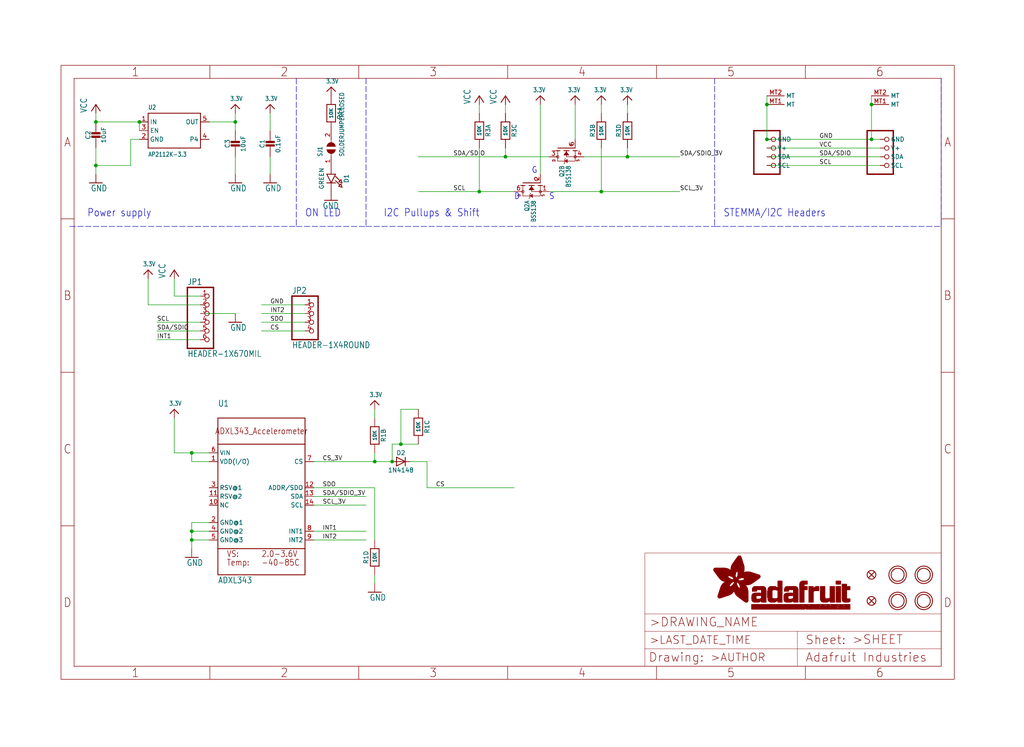
<source format=kicad_sch>
(kicad_sch (version 20211123) (generator eeschema)
  (paper "User" 298.45 217.881)
  (lib_symbols
    (symbol "eagleSchem-eagle-import:3.3V" (power)
      (property "Value" "3.3V" (at -1.524 1.016 0))
      (symbol "3.3V_1_0"
        (pin power_in line (at 0 -2.54 90) (length 2.54) (name "3.3V") (number "1"))
      )
    )
    (symbol "eagleSchem-eagle-import:ACCEL_ADXL343"
      (property "Reference" "U" (at -12.7 26.162 0))
      (property "Value" "ACCEL_ADXL343" (at -12.7 -25.4 0))
      (symbol "ACCEL_ADXL343_1_0"
        (text "-40-85C" (at 0 -20.32 0) (effects (font (size 1.778 1.5113)) (justify left bottom)))
        (text "2.0-3.6V" (at 0 -17.78 0) (effects (font (size 1.778 1.5113)) (justify left bottom)))
        (text "ADXL343_Accelerometer" (at 0 19.05 0) (effects (font (size 1.778 1.5113))))
        (text "Temp:" (at -10.16 -20.32 0) (effects (font (size 1.778 1.5113)) (justify left bottom)))
        (text "VS:" (at -10.16 -17.78 0) (effects (font (size 1.778 1.5113)) (justify left bottom)))
        (pin bidirectional line (at -15.24 10.16 0) (length 2.54) (name "VDD(I/O)") (number "1"))
        (pin bidirectional line (at -15.24 -2.54 0) (length 2.54) (name "NC") (number "10"))
        (pin bidirectional line (at -15.24 0 0) (length 2.54) (name "RSV@2") (number "11"))
        (pin bidirectional line (at 15.24 2.54 180) (length 2.54) (name "ADDR/SDO") (number "12"))
        (pin bidirectional line (at 15.24 0 180) (length 2.54) (name "SDA") (number "13"))
        (pin bidirectional line (at 15.24 -2.54 180) (length 2.54) (name "SCL") (number "14"))
        (pin bidirectional line (at -15.24 -7.62 0) (length 2.54) (name "GND@1") (number "2"))
        (pin bidirectional line (at -15.24 2.54 0) (length 2.54) (name "RSV@1") (number "3"))
        (pin bidirectional line (at -15.24 -10.16 0) (length 2.54) (name "GND@2") (number "4"))
        (pin bidirectional line (at -15.24 -12.7 0) (length 2.54) (name "GND@3") (number "5"))
        (pin bidirectional line (at -15.24 12.7 0) (length 2.54) (name "VIN") (number "6"))
        (pin bidirectional line (at 15.24 10.16 180) (length 2.54) (name "CS") (number "7"))
        (pin bidirectional line (at 15.24 -10.16 180) (length 2.54) (name "INT1") (number "8"))
        (pin bidirectional line (at 15.24 -12.7 180) (length 2.54) (name "INT2") (number "9"))
      )
    )
    (symbol "eagleSchem-eagle-import:CAP_CERAMIC0603_NO"
      (property "Reference" "C" (at -2.29 1.25 90))
      (property "Value" "CAP_CERAMIC0603_NO" (at 2.3 1.25 90))
      (symbol "CAP_CERAMIC0603_NO_1_0"
        (pin passive line (at 0 5.08 270) (length 2.54) (name "1") (number "1"))
        (pin passive line (at 0 -2.54 90) (length 2.54) (name "2") (number "2"))
      )
    )
    (symbol "eagleSchem-eagle-import:CAP_CERAMIC0805-NOOUTLINE"
      (property "Reference" "C" (at -2.29 1.25 90))
      (property "Value" "CAP_CERAMIC0805-NOOUTLINE" (at 2.3 1.25 90))
      (symbol "CAP_CERAMIC0805-NOOUTLINE_1_0"
        (pin passive line (at 0 5.08 270) (length 2.54) (name "1") (number "1"))
        (pin passive line (at 0 -2.54 90) (length 2.54) (name "2") (number "2"))
      )
    )
    (symbol "eagleSchem-eagle-import:CAP_CERAMIC_0805MP"
      (property "Reference" "C" (at -2.29 1.25 90))
      (property "Value" "CAP_CERAMIC_0805MP" (at 2.3 1.25 90))
      (symbol "CAP_CERAMIC_0805MP_1_0"
        (pin passive line (at 0 5.08 270) (length 2.54) (name "1") (number "1"))
        (pin passive line (at 0 -2.54 90) (length 2.54) (name "2") (number "2"))
      )
    )
    (symbol "eagleSchem-eagle-import:DIODESOD-323"
      (property "Reference" "D" (at 0 2.54 0))
      (property "Value" "DIODESOD-323" (at 0 -2.5 0))
      (symbol "DIODESOD-323_1_0"
        (pin passive line (at -2.54 0 0) (length 2.54) (name "A") (number "A"))
        (pin passive line (at 2.54 0 180) (length 2.54) (name "C") (number "C"))
      )
    )
    (symbol "eagleSchem-eagle-import:FIDUCIAL_1MM")
    (symbol "eagleSchem-eagle-import:FRAME_A4_ADAFRUIT"
      (symbol "FRAME_A4_ADAFRUIT_0_0"
        (text "1" (at 21.6958 1.905 0) (effects (font (size 2.54 2.286))))
        (text "1" (at 21.6958 177.165 0) (effects (font (size 2.54 2.286))))
        (text "2" (at 65.0875 1.905 0) (effects (font (size 2.54 2.286))))
        (text "2" (at 65.0875 177.165 0) (effects (font (size 2.54 2.286))))
        (text "3" (at 108.4792 1.905 0) (effects (font (size 2.54 2.286))))
        (text "3" (at 108.4792 177.165 0) (effects (font (size 2.54 2.286))))
        (text "4" (at 151.8708 1.905 0) (effects (font (size 2.54 2.286))))
        (text "4" (at 151.8708 177.165 0) (effects (font (size 2.54 2.286))))
        (text "5" (at 195.2625 1.905 0) (effects (font (size 2.54 2.286))))
        (text "5" (at 195.2625 177.165 0) (effects (font (size 2.54 2.286))))
        (text "6" (at 238.6542 1.905 0) (effects (font (size 2.54 2.286))))
        (text "6" (at 238.6542 177.165 0) (effects (font (size 2.54 2.286))))
        (text "A" (at 1.905 156.6863 0) (effects (font (size 2.54 2.286))))
        (text "A" (at 258.445 156.6863 0) (effects (font (size 2.54 2.286))))
        (text "B" (at 1.905 111.9188 0) (effects (font (size 2.54 2.286))))
        (text "B" (at 258.445 111.9188 0) (effects (font (size 2.54 2.286))))
        (text "C" (at 1.905 67.1513 0) (effects (font (size 2.54 2.286))))
        (text "C" (at 258.445 67.1513 0) (effects (font (size 2.54 2.286))))
        (text "D" (at 1.905 22.3838 0) (effects (font (size 2.54 2.286))))
        (text "D" (at 258.445 22.3838 0) (effects (font (size 2.54 2.286))))
      )
      (symbol "FRAME_A4_ADAFRUIT_1_0"
        (text ">AUTHOR" (at 189.23 5.08 0) (effects (font (size 2.286 2.286)) (justify left bottom)))
        (text ">DRAWING_NAME" (at 171.45 15.24 0) (effects (font (size 2.54 2.54)) (justify left bottom)))
        (text ">LAST_DATE_TIME" (at 171.45 10.16 0) (effects (font (size 2.286 2.286)) (justify left bottom)))
        (text ">SHEET" (at 230.505 10.16 0) (effects (font (size 2.54 2.54)) (justify left bottom)))
        (text "Adafruit Industries" (at 216.916 4.953 0) (effects (font (size 2.54 2.54)) (justify left bottom)))
        (text "Drawing:" (at 171.196 4.953 0) (effects (font (size 2.54 2.54)) (justify left bottom)))
        (text "Sheet:" (at 216.916 10.033 0) (effects (font (size 2.54 2.54)) (justify left bottom)))
      )
    )
    (symbol "eagleSchem-eagle-import:GND" (power)
      (property "Value" "GND" (at -2.54 -2.54 0))
      (symbol "GND_1_0"
        (pin power_in line (at 0 2.54 270) (length 2.54) (name "GND") (number "1"))
      )
    )
    (symbol "eagleSchem-eagle-import:HEADER-1X4ROUND"
      (property "Reference" "JP" (at -6.35 8.255 0))
      (property "Value" "HEADER-1X4ROUND" (at -6.35 -7.62 0))
      (symbol "HEADER-1X4ROUND_1_0"
        (pin passive inverted (at -2.54 5.08 0) (length 2.54) (name "1") (number "1"))
        (pin passive inverted (at -2.54 2.54 0) (length 2.54) (name "2") (number "2"))
        (pin passive inverted (at -2.54 0 0) (length 2.54) (name "3") (number "3"))
        (pin passive inverted (at -2.54 -2.54 0) (length 2.54) (name "4") (number "4"))
      )
    )
    (symbol "eagleSchem-eagle-import:HEADER-1X670MIL"
      (property "Reference" "JP" (at -6.35 10.795 0))
      (property "Value" "HEADER-1X670MIL" (at -6.35 -10.16 0))
      (symbol "HEADER-1X670MIL_1_0"
        (pin passive inverted (at -2.54 7.62 0) (length 2.54) (name "1") (number "1"))
        (pin passive inverted (at -2.54 5.08 0) (length 2.54) (name "2") (number "2"))
        (pin passive inverted (at -2.54 2.54 0) (length 2.54) (name "3") (number "3"))
        (pin passive inverted (at -2.54 0 0) (length 2.54) (name "4") (number "4"))
        (pin passive inverted (at -2.54 -2.54 0) (length 2.54) (name "5") (number "5"))
        (pin passive inverted (at -2.54 -5.08 0) (length 2.54) (name "6") (number "6"))
      )
    )
    (symbol "eagleSchem-eagle-import:LED0603_NOOUTLINE"
      (property "Reference" "D" (at -1.27 4.445 0))
      (property "Value" "LED0603_NOOUTLINE" (at -1.27 -2.794 0))
      (symbol "LED0603_NOOUTLINE_1_0"
        (pin passive line (at -5.08 0 0) (length 2.54) (name "A") (number "A"))
        (pin passive line (at 2.54 0 180) (length 2.54) (name "C") (number "C"))
      )
    )
    (symbol "eagleSchem-eagle-import:MOSFET-N_DUAL"
      (property "Reference" "Q" (at 5.08 0.635 0))
      (property "Value" "MOSFET-N_DUAL" (at 5.08 -1.27 0))
      (symbol "MOSFET-N_DUAL_1_0"
        (text "D" (at 3.175 3.175 0) (effects (font (size 0.8128 0.6908)) (justify left bottom)))
        (text "G" (at -1.27 -1.905 0) (effects (font (size 0.8128 0.6908)) (justify left bottom)))
        (text "S" (at 3.175 -3.81 0) (effects (font (size 0.8128 0.6908)) (justify left bottom)))
        (pin bidirectional line (at 2.54 -5.08 90) (length 2.54) (name "S") (number "1"))
        (pin bidirectional line (at -2.54 -2.54 0) (length 2.54) (name "G") (number "2"))
        (pin bidirectional line (at 2.54 5.08 270) (length 2.54) (name "D") (number "6"))
      )
      (symbol "MOSFET-N_DUAL_2_0"
        (text "D" (at 3.175 3.175 0) (effects (font (size 0.8128 0.6908)) (justify left bottom)))
        (text "G" (at -1.27 -1.905 0) (effects (font (size 0.8128 0.6908)) (justify left bottom)))
        (text "S" (at 3.175 -3.81 0) (effects (font (size 0.8128 0.6908)) (justify left bottom)))
        (pin bidirectional line (at 2.54 5.08 270) (length 2.54) (name "D") (number "3"))
        (pin bidirectional line (at 2.54 -5.08 90) (length 2.54) (name "S") (number "4"))
        (pin bidirectional line (at -2.54 -2.54 0) (length 2.54) (name "G") (number "5"))
      )
    )
    (symbol "eagleSchem-eagle-import:MOUNTINGHOLE2.5")
    (symbol "eagleSchem-eagle-import:RESISTOR_4PACK"
      (property "Reference" "R" (at 0 2.54 0))
      (property "Value" "RESISTOR_4PACK" (at 0 0 0))
      (symbol "RESISTOR_4PACK_1_0"
        (pin passive line (at -5.08 0 0) (length 2.54) (name "1") (number "1"))
        (pin passive line (at 5.08 0 180) (length 2.54) (name "2") (number "8"))
      )
      (symbol "RESISTOR_4PACK_2_0"
        (pin passive line (at -5.08 0 0) (length 2.54) (name "1") (number "2"))
        (pin passive line (at 5.08 0 180) (length 2.54) (name "2") (number "7"))
      )
      (symbol "RESISTOR_4PACK_3_0"
        (pin passive line (at -5.08 0 0) (length 2.54) (name "1") (number "3"))
        (pin passive line (at 5.08 0 180) (length 2.54) (name "2") (number "6"))
      )
      (symbol "RESISTOR_4PACK_4_0"
        (pin passive line (at -5.08 0 0) (length 2.54) (name "1") (number "4"))
        (pin passive line (at 5.08 0 180) (length 2.54) (name "2") (number "5"))
      )
    )
    (symbol "eagleSchem-eagle-import:SOLDERJUMPERCLOSED"
      (property "Reference" "SJ" (at -2.54 2.54 0))
      (property "Value" "SOLDERJUMPERCLOSED" (at -2.54 -3.81 0))
      (symbol "SOLDERJUMPERCLOSED_1_0"
        (pin passive line (at -5.08 0 0) (length 2.54) (name "1") (number "1"))
        (pin passive line (at 5.08 0 180) (length 2.54) (name "2") (number "2"))
      )
    )
    (symbol "eagleSchem-eagle-import:STEMMA_I2C_QT"
      (symbol "STEMMA_I2C_QT_1_0"
        (pin passive inverted (at 0 5.08 0) (length 2.54) (name "GND") (number "1"))
        (pin passive inverted (at 0 2.54 0) (length 2.54) (name "V+") (number "2"))
        (pin passive inverted (at 0 0 0) (length 2.54) (name "SDA") (number "3"))
        (pin passive inverted (at 0 -2.54 0) (length 2.54) (name "SCL") (number "4"))
      )
      (symbol "STEMMA_I2C_QT_2_0"
        (pin bidirectional line (at 0 0 0) (length 5.08) (name "MT") (number "MT1"))
      )
      (symbol "STEMMA_I2C_QT_3_0"
        (pin bidirectional line (at 0 0 0) (length 5.08) (name "MT") (number "MT2"))
      )
    )
    (symbol "eagleSchem-eagle-import:VCC" (power)
      (property "Value" "VCC" (at -2.54 -2.54 90))
      (symbol "VCC_1_0"
        (pin power_in line (at 0 -2.54 90) (length 2.54) (name "VCC") (number "1"))
      )
    )
    (symbol "eagleSchem-eagle-import:VREG_SOT23-5"
      (property "Reference" "U" (at -7.62 6.096 0))
      (property "Value" "VREG_SOT23-5" (at -7.62 -7.62 0))
      (symbol "VREG_SOT23-5_1_0"
        (pin power_in line (at -10.16 2.54 0) (length 2.54) (name "IN") (number "1"))
        (pin power_in line (at -10.16 -2.54 0) (length 2.54) (name "GND") (number "2"))
        (pin input line (at -10.16 0 0) (length 2.54) (name "EN") (number "3"))
        (pin bidirectional line (at 10.16 -2.54 180) (length 2.54) (name "P4") (number "4"))
        (pin power_in line (at 10.16 2.54 180) (length 2.54) (name "OUT") (number "5"))
      )
    )
  )
  (junction (at 182.88 45.72))
  (junction (at 223.52 40.64))
  (junction (at 223.52 30.48))
  (junction (at 139.7 55.88))
  (junction (at 175.26 55.88))
  (junction (at 55.88 132.08))
  (junction (at 68.58 35.56))
  (junction (at 116.84 129.54))
  (junction (at 27.94 48.26))
  (junction (at 254 30.48))
  (junction (at 40.64 35.56))
  (junction (at 109.22 134.62))
  (junction (at 55.88 154.94))
  (junction (at 55.88 157.48))
  (junction (at 147.32 45.72))
  (junction (at 27.94 35.56))
  (junction (at 254 40.64))
  (junction (at 114.3 134.62))
  (wire (pts (xy 256.54 45.72) (xy 223.52 45.72)))
  (wire (pts (xy 91.44 147.32) (xy 106.68 147.32)))
  (wire (pts (xy 254 27.94) (xy 254 30.48)))
  (wire (pts (xy 38.1 40.64) (xy 38.1 48.26)))
  (wire (pts (xy 60.96 157.48) (xy 55.88 157.48)))
  (wire (pts (xy 40.64 38.1) (xy 40.64 35.56)))
  (wire (pts (xy 223.52 43.18) (xy 256.54 43.18)))
  (wire (pts (xy 58.42 88.9) (xy 43.18 88.9)))
  (wire (pts (xy 124.46 134.62) (xy 124.46 142.24)))
  (wire (pts (xy 55.88 157.48) (xy 55.88 160.02)))
  (wire (pts (xy 55.88 134.62) (xy 55.88 132.08)))
  (wire (pts (xy 78.74 33.02) (xy 78.74 38.1)))
  (wire (pts (xy 40.64 35.56) (xy 27.94 35.56)))
  (wire (pts (xy 58.42 96.52) (xy 45.72 96.52)))
  (wire (pts (xy 139.7 30.48) (xy 139.7 33.02)))
  (wire (pts (xy 109.22 134.62) (xy 114.3 134.62)))
  (wire (pts (xy 60.96 152.4) (xy 55.88 152.4)))
  (polyline (pts (xy 86.36 66.04) (xy 106.68 66.04)))
  (wire (pts (xy 38.1 48.26) (xy 27.94 48.26)))
  (wire (pts (xy 78.74 45.72) (xy 78.74 50.8)))
  (wire (pts (xy 182.88 33.02) (xy 182.88 30.48)))
  (wire (pts (xy 88.9 96.52) (xy 76.2 96.52)))
  (wire (pts (xy 109.22 119.38) (xy 109.22 121.92)))
  (wire (pts (xy 170.18 45.72) (xy 182.88 45.72)))
  (wire (pts (xy 50.8 132.08) (xy 55.88 132.08)))
  (wire (pts (xy 91.44 154.94) (xy 106.68 154.94)))
  (wire (pts (xy 88.9 88.9) (xy 76.2 88.9)))
  (wire (pts (xy 149.86 55.88) (xy 139.7 55.88)))
  (polyline (pts (xy 86.36 22.86) (xy 86.36 66.04)))
  (wire (pts (xy 68.58 45.72) (xy 68.58 50.8)))
  (wire (pts (xy 60.96 134.62) (xy 55.88 134.62)))
  (wire (pts (xy 114.3 134.62) (xy 114.3 129.54)))
  (wire (pts (xy 109.22 134.62) (xy 109.22 132.08)))
  (wire (pts (xy 50.8 132.08) (xy 50.8 121.92)))
  (wire (pts (xy 160.02 45.72) (xy 147.32 45.72)))
  (polyline (pts (xy 274.32 22.86) (xy 274.32 66.04)))
  (wire (pts (xy 58.42 86.36) (xy 50.8 86.36)))
  (wire (pts (xy 27.94 48.26) (xy 27.94 50.8)))
  (wire (pts (xy 160.02 55.88) (xy 175.26 55.88)))
  (polyline (pts (xy 208.28 66.04) (xy 274.32 66.04)))
  (wire (pts (xy 88.9 93.98) (xy 76.2 93.98)))
  (wire (pts (xy 27.94 48.26) (xy 27.94 43.18)))
  (wire (pts (xy 109.22 142.24) (xy 109.22 157.48)))
  (wire (pts (xy 116.84 129.54) (xy 121.92 129.54)))
  (wire (pts (xy 254 40.64) (xy 223.52 40.64)))
  (wire (pts (xy 109.22 167.64) (xy 109.22 170.18)))
  (wire (pts (xy 50.8 86.36) (xy 50.8 81.28)))
  (wire (pts (xy 175.26 55.88) (xy 198.12 55.88)))
  (wire (pts (xy 43.18 88.9) (xy 43.18 81.28)))
  (wire (pts (xy 182.88 43.18) (xy 182.88 45.72)))
  (wire (pts (xy 175.26 33.02) (xy 175.26 30.48)))
  (wire (pts (xy 254 30.48) (xy 254 40.64)))
  (wire (pts (xy 223.52 30.48) (xy 223.52 40.64)))
  (wire (pts (xy 58.42 91.44) (xy 68.58 91.44)))
  (wire (pts (xy 27.94 33.02) (xy 27.94 35.56)))
  (wire (pts (xy 55.88 132.08) (xy 60.96 132.08)))
  (wire (pts (xy 116.84 119.38) (xy 116.84 129.54)))
  (wire (pts (xy 114.3 129.54) (xy 116.84 129.54)))
  (wire (pts (xy 223.52 27.94) (xy 223.52 30.48)))
  (wire (pts (xy 55.88 152.4) (xy 55.88 154.94)))
  (wire (pts (xy 147.32 43.18) (xy 147.32 45.72)))
  (wire (pts (xy 40.64 40.64) (xy 38.1 40.64)))
  (wire (pts (xy 139.7 55.88) (xy 121.92 55.88)))
  (wire (pts (xy 91.44 144.78) (xy 106.68 144.78)))
  (wire (pts (xy 147.32 33.02) (xy 147.32 30.48)))
  (wire (pts (xy 68.58 35.56) (xy 68.58 38.1)))
  (wire (pts (xy 68.58 35.56) (xy 68.58 33.02)))
  (wire (pts (xy 121.92 119.38) (xy 116.84 119.38)))
  (wire (pts (xy 124.46 134.62) (xy 119.38 134.62)))
  (wire (pts (xy 175.26 43.18) (xy 175.26 55.88)))
  (wire (pts (xy 58.42 99.06) (xy 45.72 99.06)))
  (wire (pts (xy 223.52 48.26) (xy 256.54 48.26)))
  (wire (pts (xy 157.48 50.8) (xy 157.48 30.48)))
  (wire (pts (xy 91.44 142.24) (xy 109.22 142.24)))
  (wire (pts (xy 60.96 35.56) (xy 68.58 35.56)))
  (polyline (pts (xy 20.32 66.04) (xy 86.36 66.04)))
  (wire (pts (xy 139.7 43.18) (xy 139.7 55.88)))
  (wire (pts (xy 147.32 45.72) (xy 121.92 45.72)))
  (wire (pts (xy 60.96 154.94) (xy 55.88 154.94)))
  (wire (pts (xy 76.2 91.44) (xy 88.9 91.44)))
  (wire (pts (xy 91.44 157.48) (xy 106.68 157.48)))
  (wire (pts (xy 167.64 40.64) (xy 167.64 30.48)))
  (wire (pts (xy 58.42 93.98) (xy 45.72 93.98)))
  (wire (pts (xy 55.88 154.94) (xy 55.88 157.48)))
  (polyline (pts (xy 208.28 22.86) (xy 208.28 66.04)))
  (wire (pts (xy 124.46 142.24) (xy 149.86 142.24)))
  (polyline (pts (xy 106.68 22.86) (xy 106.68 66.04)))
  (wire (pts (xy 256.54 40.64) (xy 254 40.64)))
  (wire (pts (xy 109.22 134.62) (xy 91.44 134.62)))
  (polyline (pts (xy 106.68 66.04) (xy 208.28 66.04)))
  (wire (pts (xy 182.88 45.72) (xy 198.12 45.72)))
  (text "D" (at 149.86 58.42 180) (effects (font (size 1.778 1.5113)) (justify left bottom)))
  (text "ON LED" (at 88.9 63.5 180) (effects (font (size 2.1844 1.8567)) (justify left bottom)))
  (text "S" (at 160.02 58.42 180) (effects (font (size 1.778 1.5113)) (justify left bottom)))
  (text "G" (at 154.94 50.8 180) (effects (font (size 1.778 1.5113)) (justify left bottom)))
  (text "Power supply" (at 25.4 63.5 180) (effects (font (size 2.1844 1.8567)) (justify left bottom)))
  (text "STEMMA/I2C Headers" (at 210.82 63.5 180) (effects (font (size 2.1844 1.8567)) (justify left bottom)))
  (text "I2C Pullups & Shift" (at 111.76 63.5 180) (effects (font (size 2.1844 1.8567)) (justify left bottom)))
  (label "VCC" (at 238.76 43.18 0) (effects (font (size 1.2446 1.2446))))
  (label "SDO" (at 78.74 93.98 0) (effects (font (size 1.2446 1.2446))))
  (label "SCL" (at 45.72 93.98 0) (effects (font (size 1.2446 1.2446))))
  (label "SDO" (at 93.98 142.24 0) (effects (font (size 1.2446 1.2446))))
  (label "INT2" (at 78.74 91.44 0) (effects (font (size 1.2446 1.2446))))
  (label "SCL" (at 238.76 48.26 0) (effects (font (size 1.2446 1.2446))))
  (label "SDA/SDIO" (at 238.76 45.72 0) (effects (font (size 1.2446 1.2446))))
  (label "SDA/SDIO_3V" (at 93.98 144.78 0) (effects (font (size 1.2446 1.2446))))
  (label "SCL" (at 132.08 55.88 0) (effects (font (size 1.2446 1.2446))))
  (label "CS" (at 78.74 96.52 0) (effects (font (size 1.2446 1.2446))))
  (label "SDA/SDIO_3V" (at 198.12 45.72 0) (effects (font (size 1.2446 1.2446))))
  (label "GND" (at 238.76 40.64 0) (effects (font (size 1.2446 1.2446))))
  (label "SDA/SDIO" (at 45.72 96.52 0) (effects (font (size 1.2446 1.2446))))
  (label "INT2" (at 93.98 157.48 0) (effects (font (size 1.2446 1.2446))))
  (label "SDA/SDIO" (at 132.08 45.72 0) (effects (font (size 1.2446 1.2446))))
  (label "CS_3V" (at 93.98 134.62 0) (effects (font (size 1.2446 1.2446))))
  (label "INT1" (at 93.98 154.94 0) (effects (font (size 1.2446 1.2446))))
  (label "CS" (at 127 142.24 0) (effects (font (size 1.2446 1.2446))))
  (label "GND" (at 78.74 88.9 0) (effects (font (size 1.2446 1.2446))))
  (label "INT1" (at 45.72 99.06 0) (effects (font (size 1.2446 1.2446))))
  (label "SCL_3V" (at 198.12 55.88 0) (effects (font (size 1.2446 1.2446))))
  (label "SCL_3V" (at 93.98 147.32 0) (effects (font (size 1.2446 1.2446))))
  (symbol (lib_id "eagleSchem-eagle-import:3.3V") (at 182.88 27.94 0) (mirror y) (unit 1)
    (property "Reference" "#U$7" (effects hide))
    (property "Value" "3.3V" (at 184.404 26.924 0) (effects (font (size 1.27 1.0795)) (justify left bottom)))
    (property "Footprint" "eagleSchem:" (effects hide))
  )
  (symbol (lib_id "eagleSchem-eagle-import:VCC") (at 139.7 27.94 0) (unit 1)
    (property "Reference" "#P+1" (effects hide))
    (property "Value" "VCC" (at 137.16 30.48 90) (effects (font (size 1.778 1.5113)) (justify left bottom)))
    (property "Footprint" "eagleSchem:" (effects hide))
  )
  (symbol (lib_id "eagleSchem-eagle-import:3.3V") (at 157.48 27.94 0) (mirror y) (unit 1)
    (property "Reference" "#U$26" (effects hide))
    (property "Value" "3.3V" (at 159.004 26.924 0) (effects (font (size 1.27 1.0795)) (justify left bottom)))
    (property "Footprint" "eagleSchem:" (effects hide))
  )
  (symbol (lib_id "eagleSchem-eagle-import:3.3V") (at 78.74 30.48 0) (unit 1)
    (property "Reference" "#U$14" (effects hide))
    (property "Value" "3.3V" (at 77.216 29.464 0) (effects (font (size 1.27 1.0795)) (justify left bottom)))
    (property "Footprint" "eagleSchem:" (effects hide))
  )
  (symbol (lib_id "eagleSchem-eagle-import:RESISTOR_4PACK") (at 121.92 124.46 270) (unit 3)
    (property "Reference" "R1" (at 124.46 124.46 0))
    (property "Value" "10K" (at 121.92 124.46 0) (effects (font (size 1.016 1.016) bold)))
    (property "Footprint" "eagleSchem:RESPACK_4X0603" (effects hide))
  )
  (symbol (lib_id "eagleSchem-eagle-import:MOSFET-N_DUAL") (at 154.94 53.34 90) (mirror x) (unit 1)
    (property "Reference" "Q2" (at 154.305 58.42 0) (effects (font (size 1.27 1.0795)) (justify left bottom)))
    (property "Value" "BSS138" (at 156.21 58.42 0) (effects (font (size 1.27 1.0795)) (justify left bottom)))
    (property "Footprint" "eagleSchem:SOT363" (effects hide))
  )
  (symbol (lib_id "eagleSchem-eagle-import:RESISTOR_4PACK") (at 109.22 127 270) (unit 2)
    (property "Reference" "R1" (at 111.76 127 0))
    (property "Value" "10K" (at 109.22 127 0) (effects (font (size 1.016 1.016) bold)))
    (property "Footprint" "eagleSchem:RESPACK_4X0603" (effects hide))
  )
  (symbol (lib_id "eagleSchem-eagle-import:DIODESOD-323") (at 116.84 134.62 0) (unit 1)
    (property "Reference" "D2" (at 116.84 132.08 0))
    (property "Value" "1N4148" (at 116.84 137.12 0))
    (property "Footprint" "eagleSchem:SOD-323" (effects hide))
  )
  (symbol (lib_id "eagleSchem-eagle-import:CAP_CERAMIC0603_NO") (at 78.74 43.18 0) (unit 1)
    (property "Reference" "C1" (at 76.45 41.93 90))
    (property "Value" "0.1uF" (at 81.04 41.93 90))
    (property "Footprint" "eagleSchem:0603-NO" (effects hide))
  )
  (symbol (lib_id "eagleSchem-eagle-import:GND") (at 109.22 172.72 0) (unit 1)
    (property "Reference" "#U$8" (effects hide))
    (property "Value" "GND" (at 107.696 175.26 0) (effects (font (size 1.778 1.5113)) (justify left bottom)))
    (property "Footprint" "eagleSchem:" (effects hide))
  )
  (symbol (lib_id "eagleSchem-eagle-import:3.3V") (at 96.52 25.4 0) (unit 1)
    (property "Reference" "#U$3" (effects hide))
    (property "Value" "3.3V" (at 94.996 24.384 0) (effects (font (size 1.27 1.0795)) (justify left bottom)))
    (property "Footprint" "eagleSchem:" (effects hide))
  )
  (symbol (lib_id "eagleSchem-eagle-import:3.3V") (at 50.8 119.38 0) (unit 1)
    (property "Reference" "#U$9" (effects hide))
    (property "Value" "3.3V" (at 49.276 118.364 0) (effects (font (size 1.27 1.0795)) (justify left bottom)))
    (property "Footprint" "eagleSchem:" (effects hide))
  )
  (symbol (lib_id "eagleSchem-eagle-import:MOUNTINGHOLE2.5") (at 261.62 167.64 0) (unit 1)
    (property "Reference" "U$17" (effects hide))
    (property "Value" "MOUNTINGHOLE2.5" (effects hide))
    (property "Footprint" "eagleSchem:MOUNTINGHOLE_2.5_PLATED" (effects hide))
  )
  (symbol (lib_id "eagleSchem-eagle-import:LED0603_NOOUTLINE") (at 96.52 53.34 270) (unit 1)
    (property "Reference" "D1" (at 100.965 52.07 0))
    (property "Value" "GREEN" (at 93.726 52.07 0))
    (property "Footprint" "eagleSchem:CHIPLED_0603_NOOUTLINE" (effects hide))
  )
  (symbol (lib_id "eagleSchem-eagle-import:RESISTOR_4PACK") (at 139.7 38.1 270) (unit 1)
    (property "Reference" "R3" (at 142.24 38.1 0))
    (property "Value" "10K" (at 139.7 38.1 0) (effects (font (size 1.016 1.016) bold)))
    (property "Footprint" "eagleSchem:RESPACK_4X0603" (effects hide))
  )
  (symbol (lib_id "eagleSchem-eagle-import:FRAME_A4_ADAFRUIT") (at 17.78 198.12 0) (unit 1)
    (property "Reference" "#U$18" (effects hide))
    (property "Value" "FRAME_A4_ADAFRUIT" (effects hide))
    (property "Footprint" "eagleSchem:" (effects hide))
  )
  (symbol (lib_id "eagleSchem-eagle-import:3.3V") (at 109.22 116.84 0) (unit 1)
    (property "Reference" "#U$12" (effects hide))
    (property "Value" "3.3V" (at 107.696 115.824 0) (effects (font (size 1.27 1.0795)) (justify left bottom)))
    (property "Footprint" "eagleSchem:" (effects hide))
  )
  (symbol (lib_id "eagleSchem-eagle-import:GND") (at 78.74 53.34 0) (unit 1)
    (property "Reference" "#U$6" (effects hide))
    (property "Value" "GND" (at 77.216 55.88 0) (effects (font (size 1.778 1.5113)) (justify left bottom)))
    (property "Footprint" "eagleSchem:" (effects hide))
  )
  (symbol (lib_id "eagleSchem-eagle-import:3.3V") (at 43.18 78.74 0) (unit 1)
    (property "Reference" "#U$16" (effects hide))
    (property "Value" "3.3V" (at 41.656 77.724 0) (effects (font (size 1.27 1.0795)) (justify left bottom)))
    (property "Footprint" "eagleSchem:" (effects hide))
  )
  (symbol (lib_id "eagleSchem-eagle-import:GND") (at 96.52 58.42 0) (unit 1)
    (property "Reference" "#GND6" (effects hide))
    (property "Value" "GND" (at 93.98 60.96 0) (effects (font (size 1.778 1.5113)) (justify left bottom)))
    (property "Footprint" "eagleSchem:" (effects hide))
  )
  (symbol (lib_id "eagleSchem-eagle-import:3.3V") (at 167.64 27.94 0) (mirror y) (unit 1)
    (property "Reference" "#U$23" (effects hide))
    (property "Value" "3.3V" (at 169.164 26.924 0) (effects (font (size 1.27 1.0795)) (justify left bottom)))
    (property "Footprint" "eagleSchem:" (effects hide))
  )
  (symbol (lib_id "eagleSchem-eagle-import:3.3V") (at 68.58 30.48 0) (unit 1)
    (property "Reference" "#U$15" (effects hide))
    (property "Value" "3.3V" (at 67.056 29.464 0) (effects (font (size 1.27 1.0795)) (justify left bottom)))
    (property "Footprint" "eagleSchem:" (effects hide))
  )
  (symbol (lib_id "eagleSchem-eagle-import:GND") (at 68.58 93.98 0) (unit 1)
    (property "Reference" "#U$10" (effects hide))
    (property "Value" "GND" (at 67.056 96.52 0) (effects (font (size 1.778 1.5113)) (justify left bottom)))
    (property "Footprint" "eagleSchem:" (effects hide))
  )
  (symbol (lib_id "eagleSchem-eagle-import:STEMMA_I2C_QT") (at 254 27.94 0) (unit 3)
    (property "Reference" "CONN4" (effects hide))
    (property "Value" "STEMMA_I2C_QT" (effects hide))
    (property "Footprint" "eagleSchem:JST_SH4" (effects hide))
  )
  (symbol (lib_id "eagleSchem-eagle-import:VREG_SOT23-5") (at 50.8 38.1 0) (unit 1)
    (property "Reference" "U2" (at 43.18 32.004 0) (effects (font (size 1.27 1.0795)) (justify left bottom)))
    (property "Value" "AP2112K-3.3" (at 43.18 45.72 0) (effects (font (size 1.27 1.0795)) (justify left bottom)))
    (property "Footprint" "eagleSchem:SOT23-5" (effects hide))
  )
  (symbol (lib_id "eagleSchem-eagle-import:FIDUCIAL_1MM") (at 254 175.26 0) (unit 1)
    (property "Reference" "FID3" (effects hide))
    (property "Value" "FIDUCIAL_1MM" (effects hide))
    (property "Footprint" "eagleSchem:FIDUCIAL_1MM" (effects hide))
  )
  (symbol (lib_id "eagleSchem-eagle-import:FIDUCIAL_1MM") (at 254 167.64 0) (unit 1)
    (property "Reference" "FID4" (effects hide))
    (property "Value" "FIDUCIAL_1MM" (effects hide))
    (property "Footprint" "eagleSchem:FIDUCIAL_1MM" (effects hide))
  )
  (symbol (lib_id "eagleSchem-eagle-import:RESISTOR_4PACK") (at 175.26 38.1 90) (mirror x) (unit 2)
    (property "Reference" "R3" (at 172.72 38.1 0))
    (property "Value" "10K" (at 175.26 38.1 0) (effects (font (size 1.016 1.016) bold)))
    (property "Footprint" "eagleSchem:RESPACK_4X0603" (effects hide))
  )
  (symbol (lib_id "eagleSchem-eagle-import:GND") (at 27.94 53.34 0) (unit 1)
    (property "Reference" "#U$13" (effects hide))
    (property "Value" "GND" (at 26.416 55.88 0) (effects (font (size 1.778 1.5113)) (justify left bottom)))
    (property "Footprint" "eagleSchem:" (effects hide))
  )
  (symbol (lib_id "eagleSchem-eagle-import:GND") (at 68.58 53.34 0) (unit 1)
    (property "Reference" "#U$5" (effects hide))
    (property "Value" "GND" (at 67.056 55.88 0) (effects (font (size 1.778 1.5113)) (justify left bottom)))
    (property "Footprint" "eagleSchem:" (effects hide))
  )
  (symbol (lib_id "eagleSchem-eagle-import:MOSFET-N_DUAL") (at 165.1 43.18 90) (mirror x) (unit 2)
    (property "Reference" "Q2" (at 164.465 48.26 0) (effects (font (size 1.27 1.0795)) (justify left bottom)))
    (property "Value" "BSS138" (at 166.37 48.26 0) (effects (font (size 1.27 1.0795)) (justify left bottom)))
    (property "Footprint" "eagleSchem:SOT363" (effects hide))
  )
  (symbol (lib_id "eagleSchem-eagle-import:RESISTOR_4PACK") (at 96.52 33.02 270) (unit 1)
    (property "Reference" "R1" (at 99.06 33.02 0))
    (property "Value" "10K" (at 96.52 33.02 0) (effects (font (size 1.016 1.016) bold)))
    (property "Footprint" "eagleSchem:RESPACK_4X0603" (effects hide))
  )
  (symbol (lib_id "eagleSchem-eagle-import:CAP_CERAMIC0805-NOOUTLINE") (at 68.58 43.18 0) (unit 1)
    (property "Reference" "C3" (at 66.29 41.93 90))
    (property "Value" "10uF" (at 70.88 41.93 90))
    (property "Footprint" "eagleSchem:0805-NO" (effects hide))
  )
  (symbol (lib_id "eagleSchem-eagle-import:RESISTOR_4PACK") (at 182.88 38.1 90) (mirror x) (unit 4)
    (property "Reference" "R3" (at 180.34 38.1 0))
    (property "Value" "10K" (at 182.88 38.1 0) (effects (font (size 1.016 1.016) bold)))
    (property "Footprint" "eagleSchem:RESPACK_4X0603" (effects hide))
  )
  (symbol (lib_id "eagleSchem-eagle-import:GND") (at 55.88 162.56 0) (unit 1)
    (property "Reference" "#U$2" (effects hide))
    (property "Value" "GND" (at 54.356 165.1 0) (effects (font (size 1.778 1.5113)) (justify left bottom)))
    (property "Footprint" "eagleSchem:" (effects hide))
  )
  (symbol (lib_id "eagleSchem-eagle-import:STEMMA_I2C_QT") (at 223.52 27.94 0) (unit 3)
    (property "Reference" "CONN3" (effects hide))
    (property "Value" "STEMMA_I2C_QT" (effects hide))
    (property "Footprint" "eagleSchem:JST_SH4" (effects hide))
  )
  (symbol (lib_id "eagleSchem-eagle-import:MOUNTINGHOLE2.5") (at 261.62 175.26 0) (unit 1)
    (property "Reference" "U$1" (effects hide))
    (property "Value" "MOUNTINGHOLE2.5" (effects hide))
    (property "Footprint" "eagleSchem:MOUNTINGHOLE_2.5_PLATED" (effects hide))
  )
  (symbol (lib_id "eagleSchem-eagle-import:MOUNTINGHOLE2.5") (at 269.24 175.26 0) (unit 1)
    (property "Reference" "U$21" (effects hide))
    (property "Value" "MOUNTINGHOLE2.5" (effects hide))
    (property "Footprint" "eagleSchem:MOUNTINGHOLE_2.5_PLATED" (effects hide))
  )
  (symbol (lib_id "eagleSchem-eagle-import:STEMMA_I2C_QT") (at 256.54 45.72 0) (unit 1)
    (property "Reference" "CONN4" (effects hide))
    (property "Value" "STEMMA_I2C_QT" (effects hide))
    (property "Footprint" "eagleSchem:JST_SH4" (effects hide))
  )
  (symbol (lib_id "eagleSchem-eagle-import:ACCEL_ADXL343") (at 76.2 144.78 0) (unit 1)
    (property "Reference" "U1" (at 63.5 118.618 0) (effects (font (size 1.778 1.5113)) (justify left bottom)))
    (property "Value" "ADXL343" (at 63.5 170.18 0) (effects (font (size 1.778 1.5113)) (justify left bottom)))
    (property "Footprint" "eagleSchem:LGA14" (effects hide))
  )
  (symbol (lib_id "eagleSchem-eagle-import:3.3V") (at 175.26 27.94 0) (mirror y) (unit 1)
    (property "Reference" "#U$24" (effects hide))
    (property "Value" "3.3V" (at 176.784 26.924 0) (effects (font (size 1.27 1.0795)) (justify left bottom)))
    (property "Footprint" "eagleSchem:" (effects hide))
  )
  (symbol (lib_id "eagleSchem-eagle-import:SOLDERJUMPERCLOSED") (at 96.52 43.18 90) (unit 1)
    (property "Reference" "SJ1" (at 93.98 45.72 0) (effects (font (size 1.27 1.0795)) (justify left bottom)))
    (property "Value" "SOLDERJUMPERCLOSED" (at 100.33 45.72 0) (effects (font (size 1.27 1.0795)) (justify left bottom)))
    (property "Footprint" "eagleSchem:SOLDERJUMPER_CLOSEDWIRE" (effects hide))
  )
  (symbol (lib_id "eagleSchem-eagle-import:VCC") (at 50.8 78.74 0) (unit 1)
    (property "Reference" "#P+4" (effects hide))
    (property "Value" "VCC" (at 48.26 81.28 90) (effects (font (size 1.778 1.5113)) (justify left bottom)))
    (property "Footprint" "eagleSchem:" (effects hide))
  )
  (symbol (lib_id "eagleSchem-eagle-import:HEADER-1X4ROUND") (at 91.44 93.98 0) (unit 1)
    (property "Reference" "JP2" (at 85.09 85.725 0) (effects (font (size 1.778 1.5113)) (justify left bottom)))
    (property "Value" "HEADER-1X4ROUND" (at 85.09 101.6 0) (effects (font (size 1.778 1.5113)) (justify left bottom)))
    (property "Footprint" "eagleSchem:1X04_ROUND" (effects hide))
  )
  (symbol (lib_id "eagleSchem-eagle-import:HEADER-1X670MIL") (at 60.96 93.98 0) (unit 1)
    (property "Reference" "JP1" (at 54.61 83.185 0) (effects (font (size 1.778 1.5113)) (justify left bottom)))
    (property "Value" "HEADER-1X670MIL" (at 54.61 104.14 0) (effects (font (size 1.778 1.5113)) (justify left bottom)))
    (property "Footprint" "eagleSchem:1X06_ROUND_70" (effects hide))
  )
  (symbol (lib_id "eagleSchem-eagle-import:CAP_CERAMIC_0805MP") (at 27.94 40.64 0) (unit 1)
    (property "Reference" "C2" (at 25.65 39.39 90))
    (property "Value" "10uF" (at 30.24 39.39 90))
    (property "Footprint" "eagleSchem:_0805MP" (effects hide))
  )
  (symbol (lib_id "eagleSchem-eagle-import:VCC") (at 27.94 30.48 0) (unit 1)
    (property "Reference" "#P+3" (effects hide))
    (property "Value" "VCC" (at 25.4 33.02 90) (effects (font (size 1.778 1.5113)) (justify left bottom)))
    (property "Footprint" "eagleSchem:" (effects hide))
  )
  (symbol (lib_id "eagleSchem-eagle-import:STEMMA_I2C_QT") (at 254 30.48 0) (unit 2)
    (property "Reference" "CONN4" (effects hide))
    (property "Value" "STEMMA_I2C_QT" (effects hide))
    (property "Footprint" "eagleSchem:JST_SH4" (effects hide))
  )
  (symbol (lib_id "eagleSchem-eagle-import:STEMMA_I2C_QT") (at 223.52 30.48 0) (unit 2)
    (property "Reference" "CONN3" (effects hide))
    (property "Value" "STEMMA_I2C_QT" (effects hide))
    (property "Footprint" "eagleSchem:JST_SH4" (effects hide))
  )
  (symbol (lib_id "eagleSchem-eagle-import:RESISTOR_4PACK") (at 147.32 38.1 270) (unit 3)
    (property "Reference" "R3" (at 149.86 38.1 0))
    (property "Value" "10K" (at 147.32 38.1 0) (effects (font (size 1.016 1.016) bold)))
    (property "Footprint" "eagleSchem:RESPACK_4X0603" (effects hide))
  )
  (symbol (lib_id "eagleSchem-eagle-import:STEMMA_I2C_QT") (at 223.52 45.72 0) (unit 1)
    (property "Reference" "CONN3" (effects hide))
    (property "Value" "STEMMA_I2C_QT" (effects hide))
    (property "Footprint" "eagleSchem:JST_SH4" (effects hide))
  )
  (symbol (lib_id "eagleSchem-eagle-import:MOUNTINGHOLE2.5") (at 269.24 167.64 0) (unit 1)
    (property "Reference" "U$19" (effects hide))
    (property "Value" "MOUNTINGHOLE2.5" (effects hide))
    (property "Footprint" "eagleSchem:MOUNTINGHOLE_2.5_PLATED" (effects hide))
  )
  (symbol (lib_id "eagleSchem-eagle-import:RESISTOR_4PACK") (at 109.22 162.56 90) (unit 4)
    (property "Reference" "R1" (at 106.68 162.56 0))
    (property "Value" "10K" (at 109.22 162.56 0) (effects (font (size 1.016 1.016) bold)))
    (property "Footprint" "eagleSchem:RESPACK_4X0603" (effects hide))
  )
  (symbol (lib_id "eagleSchem-eagle-import:VCC") (at 147.32 27.94 0) (unit 1)
    (property "Reference" "#P+2" (effects hide))
    (property "Value" "VCC" (at 144.78 30.48 90) (effects (font (size 1.778 1.5113)) (justify left bottom)))
    (property "Footprint" "eagleSchem:" (effects hide))
  )
)
</source>
